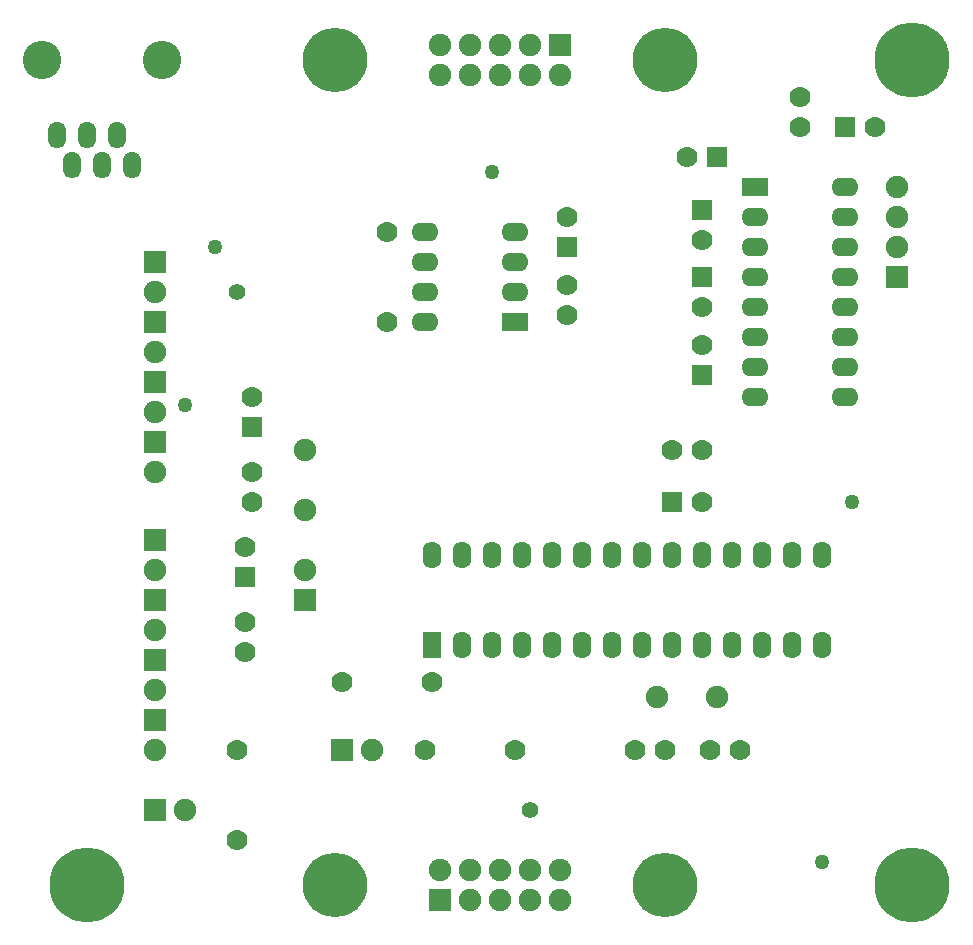
<source format=gts>
G04 (created by PCBNEW-RS274X (2011-04-29 BZR 2986)-stable) date 21/02/2012 16:57:22*
G01*
G70*
G90*
%MOIN*%
G04 Gerber Fmt 3.4, Leading zero omitted, Abs format*
%FSLAX34Y34*%
G04 APERTURE LIST*
%ADD10C,0.006000*%
%ADD11C,0.075000*%
%ADD12R,0.090000X0.062000*%
%ADD13O,0.090000X0.062000*%
%ADD14O,0.062000X0.090000*%
%ADD15R,0.062000X0.090000*%
%ADD16C,0.070000*%
%ADD17R,0.075000X0.075000*%
%ADD18O,0.060000X0.090000*%
%ADD19C,0.128000*%
%ADD20C,0.250000*%
%ADD21C,0.215000*%
%ADD22R,0.070000X0.070000*%
%ADD23C,0.055000*%
%ADD24C,0.050000*%
G04 APERTURE END LIST*
G54D10*
G54D11*
X41500Y-43750D03*
X43500Y-43750D03*
G54D12*
X36750Y-31250D03*
G54D13*
X36750Y-30250D03*
X36750Y-29250D03*
X36750Y-28250D03*
X33750Y-28250D03*
X33750Y-29250D03*
X33750Y-30250D03*
X33750Y-31250D03*
G54D12*
X44750Y-26750D03*
G54D13*
X44750Y-27750D03*
X44750Y-28750D03*
X44750Y-29750D03*
X44750Y-30750D03*
X44750Y-31750D03*
X44750Y-32750D03*
X44750Y-33750D03*
X47750Y-33750D03*
X47750Y-32750D03*
X47750Y-31750D03*
X47750Y-30750D03*
X47750Y-29750D03*
X47750Y-28750D03*
X47750Y-27750D03*
X47750Y-26750D03*
G54D14*
X35000Y-42000D03*
X36000Y-42000D03*
X37000Y-42000D03*
X38000Y-42000D03*
X39000Y-42000D03*
X40000Y-42000D03*
X41000Y-42000D03*
X42000Y-42000D03*
X43000Y-42000D03*
X44000Y-42000D03*
X45000Y-42000D03*
X46000Y-42000D03*
X47000Y-42000D03*
G54D15*
X34000Y-42000D03*
G54D14*
X47000Y-39000D03*
X46000Y-39000D03*
X45000Y-39000D03*
X44000Y-39000D03*
X43000Y-39000D03*
X42000Y-39000D03*
X41000Y-39000D03*
X40000Y-39000D03*
X39000Y-39000D03*
X38000Y-39000D03*
X37000Y-39000D03*
X36000Y-39000D03*
X35000Y-39000D03*
X34000Y-39000D03*
G54D16*
X27750Y-41250D03*
X27750Y-42250D03*
X28000Y-36250D03*
X28000Y-37250D03*
X46250Y-24750D03*
X46250Y-23750D03*
X38500Y-30000D03*
X38500Y-31000D03*
X41750Y-45500D03*
X40750Y-45500D03*
X43250Y-45500D03*
X44250Y-45500D03*
X42000Y-35500D03*
X43000Y-35500D03*
X27500Y-45500D03*
X27500Y-48500D03*
X33750Y-45500D03*
X36750Y-45500D03*
X32500Y-28250D03*
X32500Y-31250D03*
X34000Y-43250D03*
X31000Y-43250D03*
G54D17*
X31000Y-45500D03*
G54D11*
X32000Y-45500D03*
G54D18*
X21500Y-25000D03*
X22500Y-25000D03*
X23500Y-25000D03*
X22000Y-26000D03*
X23000Y-26000D03*
X24000Y-26000D03*
G54D19*
X21000Y-22500D03*
X25000Y-22500D03*
G54D20*
X50000Y-22500D03*
X50000Y-50000D03*
X22500Y-50000D03*
G54D21*
X30750Y-50000D03*
X41750Y-50000D03*
G54D17*
X34250Y-50500D03*
G54D11*
X34250Y-49500D03*
X35250Y-50500D03*
X35250Y-49500D03*
X36250Y-50500D03*
X36250Y-49500D03*
X37250Y-50500D03*
X37250Y-49500D03*
X38250Y-50500D03*
X38250Y-49500D03*
G54D21*
X41750Y-22500D03*
X30750Y-22500D03*
G54D17*
X38250Y-22000D03*
G54D11*
X38250Y-23000D03*
X37250Y-22000D03*
X37250Y-23000D03*
X36250Y-22000D03*
X36250Y-23000D03*
X35250Y-22000D03*
X35250Y-23000D03*
X34250Y-22000D03*
X34250Y-23000D03*
G54D17*
X49500Y-29750D03*
G54D11*
X49500Y-28750D03*
X49500Y-27750D03*
X49500Y-26750D03*
G54D17*
X24750Y-29250D03*
G54D11*
X24750Y-30250D03*
G54D17*
X24750Y-31250D03*
G54D11*
X24750Y-32250D03*
G54D17*
X24750Y-33250D03*
G54D11*
X24750Y-34250D03*
G54D17*
X24750Y-44500D03*
G54D11*
X24750Y-45500D03*
G54D17*
X24750Y-42500D03*
G54D11*
X24750Y-43500D03*
G54D17*
X24750Y-40500D03*
G54D11*
X24750Y-41500D03*
G54D17*
X24750Y-38500D03*
G54D11*
X24750Y-39500D03*
G54D17*
X24750Y-35250D03*
G54D11*
X24750Y-36250D03*
G54D17*
X24750Y-47500D03*
G54D11*
X25750Y-47500D03*
G54D17*
X29750Y-40500D03*
G54D11*
X29750Y-39500D03*
X29750Y-37500D03*
X29750Y-35500D03*
G54D22*
X38500Y-28750D03*
G54D16*
X38500Y-27750D03*
G54D22*
X47750Y-24750D03*
G54D16*
X48750Y-24750D03*
G54D22*
X43000Y-27500D03*
G54D16*
X43000Y-28500D03*
G54D22*
X43000Y-29750D03*
G54D16*
X43000Y-30750D03*
G54D22*
X42000Y-37250D03*
G54D16*
X43000Y-37250D03*
G54D22*
X43500Y-25750D03*
G54D16*
X42500Y-25750D03*
G54D22*
X43000Y-33000D03*
G54D16*
X43000Y-32000D03*
G54D22*
X28000Y-34750D03*
G54D16*
X28000Y-33750D03*
G54D22*
X27750Y-39750D03*
G54D16*
X27750Y-38750D03*
G54D23*
X37250Y-47500D03*
G54D24*
X25750Y-34000D03*
X26750Y-28750D03*
X36000Y-26250D03*
X48000Y-37250D03*
X47000Y-49250D03*
G54D23*
X27500Y-30250D03*
M02*

</source>
